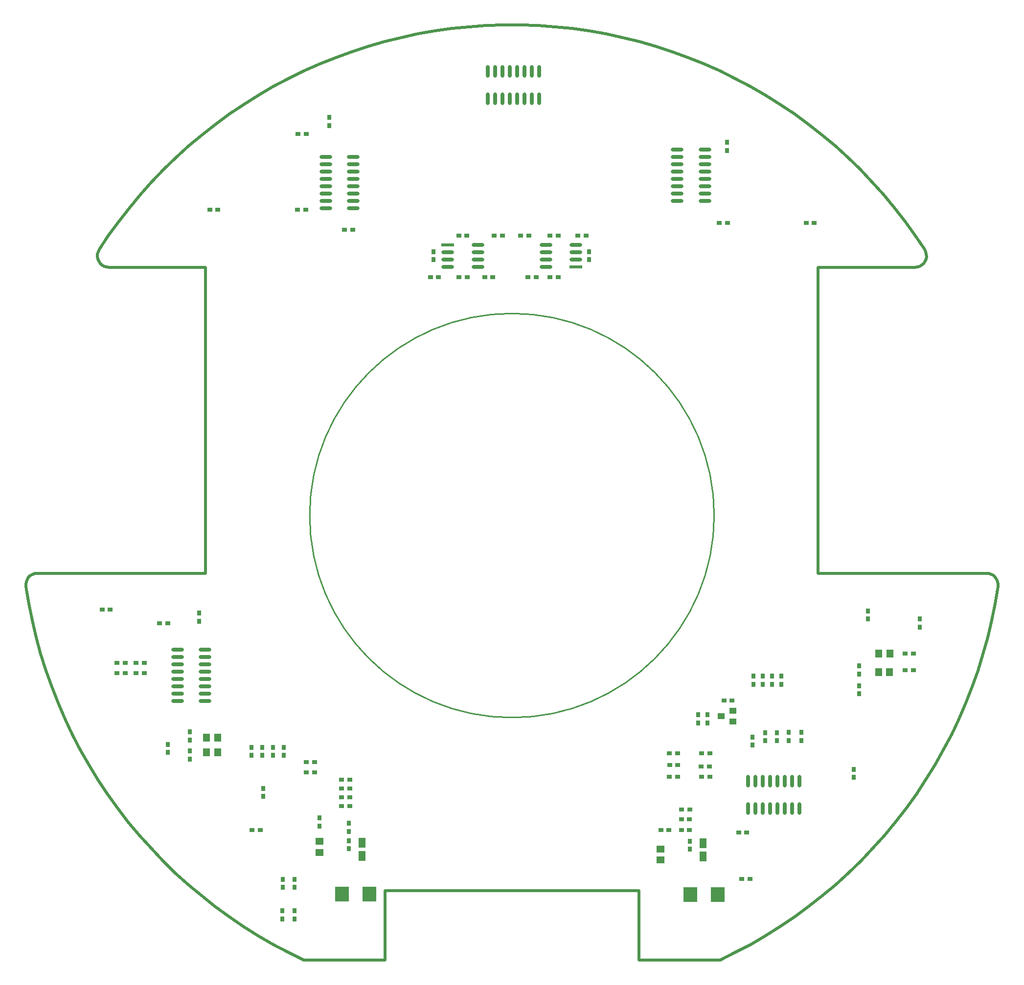
<source format=gtp>
%FSAX25Y25*%
%MOIN*%
G70*
G01*
G75*
G04 Layer_Color=8421504*
%ADD10O,0.08661X0.02362*%
%ADD11R,0.03000X0.03543*%
%ADD12R,0.05118X0.05512*%
%ADD13R,0.05512X0.05118*%
%ADD14R,0.03543X0.03000*%
%ADD15R,0.05000X0.06693*%
%ADD16R,0.04921X0.03937*%
%ADD17R,0.08661X0.02362*%
%ADD18O,0.08661X0.02362*%
%ADD19O,0.02362X0.08661*%
%ADD20R,0.09449X0.09843*%
%ADD21C,0.01575*%
%ADD22C,0.01181*%
%ADD23C,0.00984*%
%ADD24C,0.01000*%
%ADD25C,0.03150*%
%ADD26C,0.03937*%
%ADD27C,0.02756*%
%ADD28C,0.02362*%
%ADD29C,0.00591*%
%ADD30C,0.01969*%
%ADD31C,0.05906*%
%ADD32R,0.05906X0.05906*%
%ADD33C,0.05118*%
%ADD34C,0.07874*%
%ADD35O,0.10236X0.07874*%
%ADD36O,0.08268X0.07874*%
%ADD37R,0.05118X0.09843*%
%ADD38O,0.05118X0.09843*%
%ADD39R,0.06299X0.06299*%
%ADD40C,0.06299*%
%ADD41C,2.75591*%
%ADD42C,0.39370*%
%ADD43C,0.19685*%
%ADD44C,0.05500*%
%ADD45C,0.06693*%
%ADD46C,0.05000*%
%ADD47R,0.09646X0.09843*%
%ADD48R,0.09843X0.09449*%
%ADD49R,0.02362X0.08661*%
%ADD50O,0.02362X0.08661*%
%ADD51R,0.20866X0.07087*%
%ADD52O,0.03937X0.01024*%
%ADD53O,0.01024X0.03937*%
%ADD54R,0.03937X0.01024*%
%ADD55R,0.03543X0.01575*%
%ADD56R,0.09449X0.12598*%
%ADD57R,0.06693X0.05000*%
%ADD58R,0.09843X0.14961*%
%ADD59R,0.01969X0.05512*%
%ADD60O,0.08661X0.01575*%
%ADD61R,0.08661X0.01575*%
%ADD62R,0.18110X0.09252*%
%ADD63O,0.01378X0.06299*%
%ADD64R,0.07087X0.07874*%
%ADD65R,0.03543X0.01575*%
%ADD66R,0.09843X0.09646*%
%ADD67R,0.03937X0.04921*%
%ADD68O,0.02165X0.07874*%
%ADD69R,0.15000X0.19685*%
%ADD70R,0.01575X0.03543*%
%ADD71R,0.06000X0.06299*%
%ADD72R,0.06299X0.06000*%
%ADD73C,0.00787*%
%ADD74C,0.00141*%
%ADD75C,0.01378*%
%ADD76C,0.01200*%
D10*
X0659051Y0586000D02*
D03*
Y0581000D02*
D03*
Y0576000D02*
D03*
Y0571000D02*
D03*
Y0566000D02*
D03*
Y0561000D02*
D03*
Y0556000D02*
D03*
Y0551000D02*
D03*
X0677949Y0586000D02*
D03*
Y0581000D02*
D03*
Y0576000D02*
D03*
Y0571000D02*
D03*
Y0566000D02*
D03*
Y0561000D02*
D03*
Y0556000D02*
D03*
Y0551000D02*
D03*
X0999551Y0927000D02*
D03*
Y0922000D02*
D03*
Y0917000D02*
D03*
Y0912000D02*
D03*
Y0907000D02*
D03*
Y0902000D02*
D03*
Y0897000D02*
D03*
Y0892000D02*
D03*
X1018449Y0927000D02*
D03*
Y0922000D02*
D03*
Y0917000D02*
D03*
Y0912000D02*
D03*
Y0907000D02*
D03*
Y0902000D02*
D03*
Y0897000D02*
D03*
Y0892000D02*
D03*
X0778949Y0887000D02*
D03*
Y0892000D02*
D03*
Y0897000D02*
D03*
Y0902000D02*
D03*
Y0907000D02*
D03*
Y0912000D02*
D03*
Y0917000D02*
D03*
Y0922000D02*
D03*
X0760051Y0887000D02*
D03*
Y0892000D02*
D03*
Y0897000D02*
D03*
Y0902000D02*
D03*
Y0907000D02*
D03*
Y0912000D02*
D03*
Y0917000D02*
D03*
Y0922000D02*
D03*
D11*
X0667500Y0517000D02*
D03*
Y0511500D02*
D03*
Y0524500D02*
D03*
Y0530000D02*
D03*
X0775724Y0462155D02*
D03*
Y0467655D02*
D03*
X0775945Y0455764D02*
D03*
Y0450264D02*
D03*
X1008280Y0455535D02*
D03*
Y0450035D02*
D03*
X1123500Y0569512D02*
D03*
Y0575012D02*
D03*
Y0561500D02*
D03*
Y0556000D02*
D03*
X0939500Y0857500D02*
D03*
Y0852000D02*
D03*
X0674000Y0611000D02*
D03*
Y0605500D02*
D03*
X0833500Y0852000D02*
D03*
Y0857500D02*
D03*
X0652500Y0516000D02*
D03*
Y0521500D02*
D03*
X1120000Y0504500D02*
D03*
Y0499000D02*
D03*
X1165000Y0607000D02*
D03*
Y0601500D02*
D03*
X1033500Y0932000D02*
D03*
Y0926500D02*
D03*
X0755945Y0471276D02*
D03*
Y0465776D02*
D03*
X1084161Y0524130D02*
D03*
Y0529630D02*
D03*
X1075661Y0524130D02*
D03*
Y0529630D02*
D03*
X1020261Y0541650D02*
D03*
Y0536150D02*
D03*
X1067500Y0529500D02*
D03*
Y0524000D02*
D03*
X1059500D02*
D03*
Y0529500D02*
D03*
X0730500Y0402500D02*
D03*
Y0408000D02*
D03*
X0739000Y0402500D02*
D03*
Y0408000D02*
D03*
Y0429500D02*
D03*
Y0424000D02*
D03*
X0731000D02*
D03*
Y0429500D02*
D03*
X0762500Y0949000D02*
D03*
Y0943500D02*
D03*
X1129500Y0607000D02*
D03*
Y0612500D02*
D03*
X1013761Y0541650D02*
D03*
Y0536150D02*
D03*
X1070500Y0568000D02*
D03*
Y0562500D02*
D03*
X1064167Y0568000D02*
D03*
Y0562500D02*
D03*
X1057833Y0568000D02*
D03*
Y0562500D02*
D03*
X1051500Y0568000D02*
D03*
Y0562500D02*
D03*
X0731500Y0519500D02*
D03*
Y0514000D02*
D03*
X0724167Y0519500D02*
D03*
Y0514000D02*
D03*
X0716833Y0519500D02*
D03*
Y0514000D02*
D03*
X0709500Y0519500D02*
D03*
Y0514000D02*
D03*
X0717500Y0491500D02*
D03*
Y0486000D02*
D03*
X1051000Y0521000D02*
D03*
Y0526500D02*
D03*
D12*
X0686480Y0516000D02*
D03*
X0679000D02*
D03*
X0686480Y0526000D02*
D03*
X0679000D02*
D03*
X1137020Y0583382D02*
D03*
X1144500D02*
D03*
X1136770Y0570632D02*
D03*
X1144250D02*
D03*
D13*
X0755945Y0447795D02*
D03*
Y0455276D02*
D03*
X0988280Y0442567D02*
D03*
Y0450047D02*
D03*
D14*
X0747000Y0502500D02*
D03*
X0752500D02*
D03*
X0747000Y0509500D02*
D03*
X0752500D02*
D03*
X0771000Y0479500D02*
D03*
X0776500D02*
D03*
X0771000Y0485500D02*
D03*
X0776500D02*
D03*
X0771000Y0491500D02*
D03*
X0776500D02*
D03*
X0771000Y0497500D02*
D03*
X0776500D02*
D03*
X1008000Y0463000D02*
D03*
X1002500D02*
D03*
Y0470500D02*
D03*
X1008000D02*
D03*
X1002604Y0477177D02*
D03*
X1008104D02*
D03*
X1021780Y0515279D02*
D03*
X1016280D02*
D03*
X0994500Y0507500D02*
D03*
X1000000D02*
D03*
X1021780Y0499279D02*
D03*
X1016280D02*
D03*
X0999799Y0499433D02*
D03*
X0994299D02*
D03*
X0999799Y0515433D02*
D03*
X0994299D02*
D03*
X0932000Y0868500D02*
D03*
X0937500D02*
D03*
X0913000D02*
D03*
X0918500D02*
D03*
X0898500D02*
D03*
X0893000D02*
D03*
X0880500D02*
D03*
X0875000D02*
D03*
X0837000Y0840000D02*
D03*
X0831500D02*
D03*
X0856250Y0868500D02*
D03*
X0850750D02*
D03*
X0898012Y0840000D02*
D03*
X0903512D02*
D03*
X1047000Y0461500D02*
D03*
X1041500D02*
D03*
X0636500Y0577000D02*
D03*
X0631000D02*
D03*
X0618000D02*
D03*
X0623500D02*
D03*
X0631000Y0570000D02*
D03*
X0636500D02*
D03*
X0623500D02*
D03*
X0618000D02*
D03*
X0773000Y0872500D02*
D03*
X0778500D02*
D03*
X0746500Y0886000D02*
D03*
X0741000D02*
D03*
X0856500Y0840000D02*
D03*
X0851000D02*
D03*
X0913000D02*
D03*
X0918500D02*
D03*
X0607782Y0613341D02*
D03*
X0613281D02*
D03*
X0715500Y0463000D02*
D03*
X0710000D02*
D03*
X1049140Y0429661D02*
D03*
X1043640D02*
D03*
X1092910Y0876974D02*
D03*
X1087409D02*
D03*
X1033721Y0876972D02*
D03*
X1028221D02*
D03*
X0741282Y0937839D02*
D03*
X0746781D02*
D03*
X0681090Y0886026D02*
D03*
X0686590D02*
D03*
X0994000Y0463000D02*
D03*
X0988500D02*
D03*
X1021500Y0506500D02*
D03*
X1016000D02*
D03*
X1160500Y0572000D02*
D03*
X1155000D02*
D03*
X1160500Y0583500D02*
D03*
X1155000D02*
D03*
X0647000Y0604000D02*
D03*
X0652500D02*
D03*
X1037000Y0551500D02*
D03*
X1031500D02*
D03*
X0868500Y0840000D02*
D03*
X0874000D02*
D03*
D15*
X1017280Y0454047D02*
D03*
Y0445047D02*
D03*
X0784945Y0454276D02*
D03*
Y0445276D02*
D03*
D16*
X1037500Y0537000D02*
D03*
Y0544500D02*
D03*
X1029500Y0540800D02*
D03*
D17*
X0930701Y0847008D02*
D03*
X0843299Y0862008D02*
D03*
D18*
X0910228D02*
D03*
Y0857008D02*
D03*
Y0852008D02*
D03*
Y0847008D02*
D03*
X0930701Y0862008D02*
D03*
Y0857008D02*
D03*
Y0852008D02*
D03*
X0863772Y0847008D02*
D03*
Y0852008D02*
D03*
Y0857008D02*
D03*
Y0862008D02*
D03*
X0843299Y0847008D02*
D03*
Y0852008D02*
D03*
Y0857008D02*
D03*
D19*
X0870500Y0961551D02*
D03*
X0875500D02*
D03*
X0880500D02*
D03*
X0885500D02*
D03*
X0890500D02*
D03*
X0895500D02*
D03*
X0900500D02*
D03*
X0905500D02*
D03*
X0870500Y0980449D02*
D03*
X0875500D02*
D03*
X0880500D02*
D03*
X0885500D02*
D03*
X0890500D02*
D03*
X0895500D02*
D03*
X0900500D02*
D03*
X0905500D02*
D03*
X1047858Y0477583D02*
D03*
X1052858D02*
D03*
X1057858D02*
D03*
X1062858D02*
D03*
X1067858D02*
D03*
X1072858D02*
D03*
X1077858D02*
D03*
X1082858D02*
D03*
X1047858Y0496480D02*
D03*
X1052858D02*
D03*
X1057858D02*
D03*
X1062858D02*
D03*
X1067858D02*
D03*
X1072858D02*
D03*
X1077858D02*
D03*
X1082858D02*
D03*
D20*
X1008390Y0419047D02*
D03*
X1027169D02*
D03*
X0771055Y0419276D02*
D03*
X0789835D02*
D03*
D24*
X1024795Y0677500D02*
G03*
X1024795Y0677500I-0137795J0000000D01*
G01*
D30*
X1095661Y0638130D02*
Y0846791D01*
Y0638130D02*
X1210338D01*
X1212014Y0637949D01*
X1213613Y0637416D01*
X1215063Y0636555D01*
X1216295Y0635405D01*
X1217255Y0634020D01*
X1217897Y0632461D01*
X1218193Y0630802D01*
X1218130Y0629117D02*
X1218193Y0630802D01*
X1216216Y0617461D02*
X1218130Y0629117D01*
X1213892Y0605880D02*
X1216216Y0617461D01*
X1211161Y0594388D02*
X1213892Y0605880D01*
X1208026Y0583000D02*
X1211161Y0594388D01*
X1204491Y0571729D02*
X1208026Y0583000D01*
X1200560Y0560590D02*
X1204491Y0571729D01*
X1196239Y0549597D02*
X1200560Y0560590D01*
X1191532Y0538763D02*
X1196239Y0549597D01*
X1186446Y0528102D02*
X1191532Y0538763D01*
X1180987Y0517627D02*
X1186446Y0528102D01*
X1175162Y0507352D02*
X1180987Y0517627D01*
X1168978Y0497288D02*
X1175162Y0507352D01*
X1162442Y0487449D02*
X1168978Y0497288D01*
X1155563Y0477846D02*
X1162442Y0487449D01*
X1148350Y0468493D02*
X1155563Y0477846D01*
X1140811Y0459399D02*
X1148350Y0468493D01*
X1132955Y0450578D02*
X1140811Y0459399D01*
X1124794Y0442039D02*
X1132955Y0450578D01*
X1116336Y0433794D02*
X1124794Y0442039D01*
X1107592Y0425852D02*
X1116336Y0433794D01*
X1098574Y0418223D02*
X1107592Y0425852D01*
X1089292Y0410918D02*
X1098574Y0418223D01*
X1079757Y0403945D02*
X1089292Y0410918D01*
X1069983Y0397313D02*
X1079757Y0403945D01*
X1059981Y0391030D02*
X1069983Y0397313D01*
X1049763Y0385103D02*
X1059981Y0391030D01*
X1039343Y0379541D02*
X1049763Y0385103D01*
X1028732Y0374350D02*
X1039343Y0379541D01*
X0973614Y0374350D02*
X1028732D01*
X0973614D02*
Y0421594D01*
X0800386D02*
X0973614D01*
X0800386Y0374350D02*
Y0421594D01*
X0745268Y0374350D02*
X0800386D01*
X0734657Y0379541D02*
X0745268Y0374350D01*
X0724237Y0385103D02*
X0734657Y0379541D01*
X0714019Y0391030D02*
X0724237Y0385103D01*
X0704017Y0397313D02*
X0714019Y0391030D01*
X0694242Y0403945D02*
X0704017Y0397313D01*
X0684708Y0410918D02*
X0694242Y0403945D01*
X0675426Y0418223D02*
X0684708Y0410918D01*
X0666408Y0425852D02*
X0675426Y0418223D01*
X0657664Y0433794D02*
X0666408Y0425852D01*
X0649206Y0442039D02*
X0657664Y0433794D01*
X0641045Y0450578D02*
X0649206Y0442039D01*
X0633189Y0459399D02*
X0641045Y0450578D01*
X0625650Y0468493D02*
X0633189Y0459399D01*
X0618437Y0477846D02*
X0625650Y0468493D01*
X0611558Y0487449D02*
X0618437Y0477846D01*
X0605022Y0497288D02*
X0611558Y0487449D01*
X0598838Y0507352D02*
X0605022Y0497288D01*
X0593013Y0517627D02*
X0598838Y0507352D01*
X0587554Y0528102D02*
X0593013Y0517627D01*
X0582468Y0538763D02*
X0587554Y0528102D01*
X0577761Y0549597D02*
X0582468Y0538763D01*
X0573440Y0560590D02*
X0577761Y0549597D01*
X0569509Y0571729D02*
X0573440Y0560590D01*
X0565974Y0583000D02*
X0569509Y0571729D01*
X0562839Y0594388D02*
X0565974Y0583000D01*
X0560108Y0605880D02*
X0562839Y0594388D01*
X0557784Y0617461D02*
X0560108Y0605880D01*
X0555870Y0629117D02*
X0557784Y0617461D01*
X0555807Y0630802D02*
X0555870Y0629117D01*
X0555807Y0630802D02*
X0556103Y0632461D01*
X0556745Y0634020D01*
X0557705Y0635405D01*
X0558938Y0636555D01*
X0560387Y0637416D01*
X0561986Y0637949D01*
X0563662Y0638130D01*
X0678339D01*
Y0846791D01*
X0612424D02*
X0678339D01*
X0610749Y0846972D02*
X0612424Y0846791D01*
X0609150Y0847504D02*
X0610749Y0846972D01*
X0607701Y0848364D02*
X0609150Y0847504D01*
X0606469Y0849513D02*
X0607701Y0848364D01*
X0605509Y0850898D02*
X0606469Y0849513D01*
X0604866Y0852455D02*
X0605509Y0850898D01*
X0604569Y0854114D02*
X0604866Y0852455D01*
X0604569Y0854114D02*
X0604631Y0855797D01*
X0605051Y0857429D01*
X0605807Y0858934D01*
X0612330Y0868666D01*
X0619190Y0878163D01*
X0626378Y0887414D01*
X0633885Y0896408D01*
X0641703Y0905133D01*
X0649821Y0913580D01*
X0658229Y0921737D01*
X0666919Y0929595D01*
X0675877Y0937144D01*
X0685095Y0944375D01*
X0694560Y0951278D01*
X0704261Y0957847D01*
X0714186Y0964071D01*
X0724323Y0969944D01*
X0734659Y0975459D01*
X0745181Y0980609D01*
X0755878Y0985387D01*
X0766735Y0989788D01*
X0777740Y0993807D01*
X0788878Y0997437D01*
X0800137Y1000676D01*
X0811502Y1003518D01*
X0822960Y1005961D01*
X0834496Y1008001D01*
X0846097Y1009636D01*
X0857748Y1010865D01*
X0869434Y1011684D01*
X0881142Y1012094D01*
X0892858D01*
X0904566Y1011684D01*
X0916252Y1010865D01*
X0927903Y1009636D01*
X0939504Y1008001D01*
X0951040Y1005961D01*
X0962498Y1003518D01*
X0973863Y1000676D01*
X0985122Y0997437D01*
X0996260Y0993807D01*
X1007265Y0989788D01*
X1018122Y0985387D01*
X1028819Y0980609D01*
X1039341Y0975459D01*
X1049677Y0969944D01*
X1059814Y0964071D01*
X1069739Y0957847D01*
X1079440Y0951278D01*
X1088905Y0944375D01*
X1098123Y0937144D01*
X1107081Y0929595D01*
X1115771Y0921737D01*
X1124179Y0913580D01*
X1132297Y0905133D01*
X1140115Y0896408D01*
X1147622Y0887414D01*
X1154810Y0878163D01*
X1161670Y0868666D01*
X1168193Y0858934D01*
X1168949Y0857429D01*
X1169369Y0855797D01*
X1169431Y0854114D01*
X1169134Y0852455D02*
X1169431Y0854114D01*
X1168491Y0850898D02*
X1169134Y0852455D01*
X1167531Y0849513D02*
X1168491Y0850898D01*
X1166298Y0848364D02*
X1167531Y0849513D01*
X1164850Y0847504D02*
X1166298Y0848364D01*
X1163251Y0846972D02*
X1164850Y0847504D01*
X1161576Y0846791D02*
X1163251Y0846972D01*
X1095661Y0846791D02*
X1161576D01*
M02*

</source>
